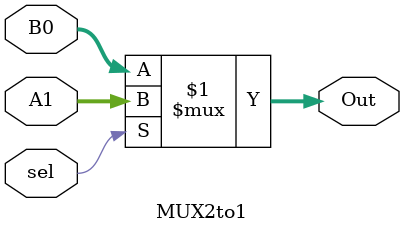
<source format=v>
module MUX2to1(
	input [31:0] A1, B0,
	output [31:0] Out,
	input sel
);
	
	assign Out = sel ? A1 : B0;
endmodule

</source>
